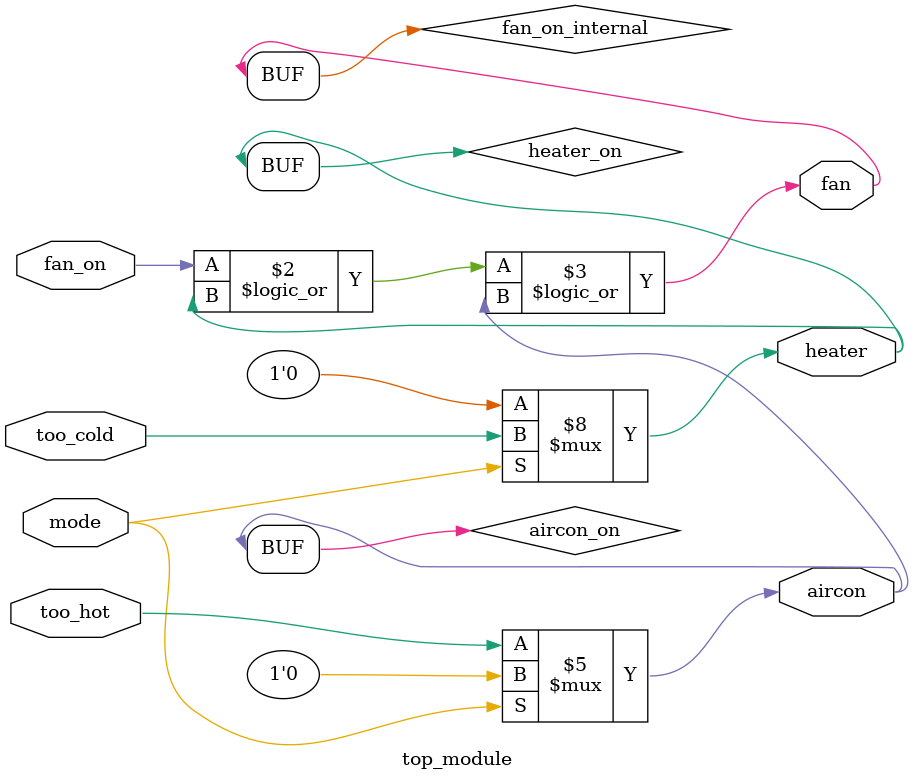
<source format=sv>
module top_module(
	input mode,
	input too_cold, 
	input too_hot,
	input fan_on,
	output heater,
	output aircon,
	output fan
);
	// Declare internal signals
	reg heater_on;
	reg aircon_on;
	reg fan_on_internal;

	// Assign internal signals
	always @(mode, too_cold, too_hot, fan_on) begin
		if (mode) begin
			heater_on = too_cold; // Turn on heater when it is too cold
			aircon_on = 0; // Do not use air conditioner in heating mode
		end else begin
			heater_on = 0; // Do not use heater in cooling mode
			aircon_on = too_hot; // Turn on air conditioner when it is too hot
		end
		fan_on_internal = (fan_on || heater_on || aircon_on); // Turn on fan if requested, or if heater or air conditioner are on
	end

	// Assign output signals
	assign heater = heater_on;
	assign aircon = aircon_on;
	assign fan = fan_on_internal;

endmodule

</source>
